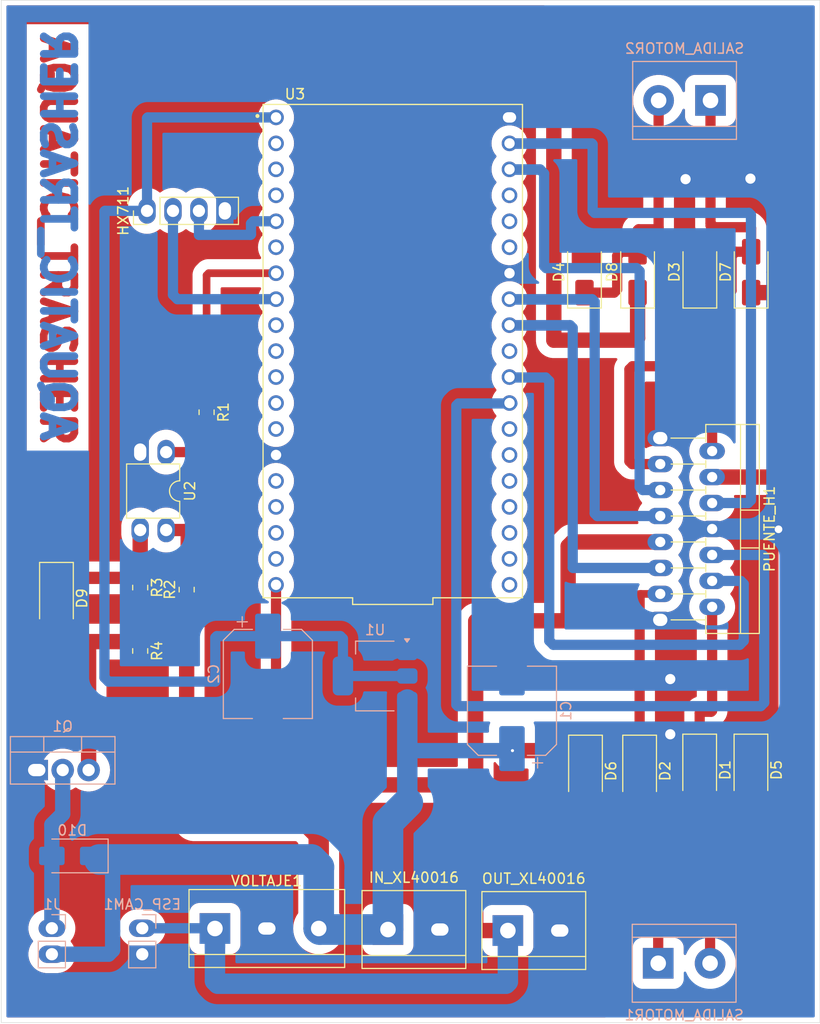
<source format=kicad_pcb>
(kicad_pcb (version 20240108) (generator "pcbnew") (generator_version "8.0")
  (layers (0 "F.Cu" signal) (31 "B.Cu" signal) (34 "B.Paste" user) (35 "F.Paste" user) (36 "B.SilkS" user "B.Silkscreen") (37 "F.SilkS" user "F.Silkscreen") (38 "B.Mask" user) (39 "F.Mask" user) (44 "Edge.Cuts" user))
  (net 0 "")
  (net 1 "GND")
  (net 2 "+12V")
  (net 3 "+5V")
  (net 4 "OUT4")
  (net 5 "OUT3")
  (net 6 "OUT1")
  (net 7 "OUT2")
  (net 8 "Net-(D9-K)")
  (net 9 "Net-(D10-A)")
  (net 10 "SCK")
  (net 11 "DT")
  (net 12 "IN3")
  (net 13 "EnA")
  (net 14 "IN4")
  (net 15 "EnB")
  (net 16 "IN2")
  (net 17 "IN1")
  (net 18 "Net-(Q1-G)")
  (net 19 "PWM")
  (net 20 "Net-(R1-Pad2)")
  (net 21 "3,3V")
  (net 22 "Net-(R2-Pad2)")
  (footprint "TerminalBlock:TerminalBlock_bornier-2_P5.08mm" (layer "F.Cu") (at 155.1 130.2)
    (property "Reference" "OUT_XL40016" (at 2.54 -5.08 0) (layer "F.SilkS"))
    (property "Value" "~")
    (pad "1" thru_hole rect (at 0 0) (size 3 3) (drill 1.52) (layers "*.Cu" "*.Mask") (net 3 "+5V"))
    (pad "2" thru_hole circle (at 5.08 0) (size 3 3) (drill oval 1.7 1.2) (layers "*.Cu" "*.Mask") (net 1 "GND"))
  )
  (footprint "Diode_SMD:D_SMA" (layer "F.Cu") (at 178.92 65.8 90)
    (property "Reference" "D7" (at 0 -2.5 -90) (layer "F.SilkS"))
    (property "Value" "1N4148WT" (hide yes))
    (pad "1" smd roundrect (at -2 0 90) (size 2.5 1.8) (layers "F.Cu" "F.Paste" "F.Mask") (roundrect_rratio 0.1388888889) (net 2 "+12V"))
    (pad "2" smd roundrect (at 2 0 90) (size 2.5 1.8) (layers "F.Cu" "F.Paste" "F.Mask") (roundrect_rratio 0.1388888889) (net 6 "OUT1"))
  )
  (footprint "Diode_SMD:D_SMA" (layer "F.Cu") (at 110.9 97.7 -90)
    (property "Reference" "D9" (at 0 -2.5 90) (layer "F.SilkS"))
    (property "Value" "1N4148")
    (pad "1" smd roundrect (at -2 0 270) (size 2.5 1.8) (layers "F.Cu" "F.Paste" "F.Mask") (roundrect_rratio 0.1388888889) (net 8 "Net-(D9-K)"))
    (pad "2" smd roundrect (at 2 0 270) (size 2.5 1.8) (layers "F.Cu" "F.Paste" "F.Mask") (roundrect_rratio 0.1388888889) (net 1 "GND"))
  )
  (footprint "Diode_SMD:D_SMA" (layer "F.Cu") (at 167.8 65.8 90)
    (property "Reference" "D8" (at 0 -2.5 -90) (layer "F.SilkS"))
    (property "Value" "1N4148WT" (hide yes))
    (pad "1" smd roundrect (at -2 0 90) (size 2.5 1.8) (layers "F.Cu" "F.Paste" "F.Mask") (roundrect_rratio 0.1388888889) (net 2 "+12V"))
    (pad "2" smd roundrect (at 2 0 90) (size 2.5 1.8) (layers "F.Cu" "F.Paste" "F.Mask") (roundrect_rratio 0.1388888889) (net 7 "OUT2"))
  )
  (footprint "Resistor_SMD:R_0805_2012Metric" (layer "F.Cu") (at 123.65 96.85 90)
    (property "Reference" "R2" (at 0 -1.65 -90) (layer "F.SilkS"))
    (property "Value" "4,7K")
    (pad "1" smd roundrect (at -0.9125 0 90) (size 1.025 1.4) (layers "F.Cu" "F.Paste" "F.Mask") (roundrect_rratio 0.243902) (net 2 "+12V"))
    (pad "2" smd roundrect (at 0.9125 0 90) (size 1.025 1.4) (layers "F.Cu" "F.Paste" "F.Mask") (roundrect_rratio 0.243902) (net 22 "Net-(R2-Pad2)"))
  )
  (footprint "Resistor_SMD:R_0805_2012Metric" (layer "F.Cu") (at 119.1 96.65 -90)
    (property "Reference" "R3" (at 0 -1.65 90) (layer "F.SilkS"))
    (property "Value" "100")
    (pad "1" smd roundrect (at -0.9125 0 270) (size 1.025 1.4) (layers "F.Cu" "F.Paste" "F.Mask") (roundrect_rratio 0.243902) (net 8 "Net-(D9-K)"))
    (pad "2" smd roundrect (at 0.9125 0 270) (size 1.025 1.4) (layers "F.Cu" "F.Paste" "F.Mask") (roundrect_rratio 0.243902) (net 18 "Net-(Q1-G)"))
  )
  (footprint "TerminalBlock:TerminalBlock_bornier-3_P5.08mm" (layer "F.Cu") (at 126.42 130)
    (property "Reference" "VOLTAJE1" (at 5.05 -4.65 0) (layer "F.SilkS"))
    (property "Value" "~")
    (pad "1" thru_hole rect (at 0 0) (size 3 3) (drill 1.52) (layers "*.Cu" "*.Mask") (net 3 "+5V"))
    (pad "2" thru_hole circle (at 5.08 0) (size 3 3) (drill oval 1.7 1.2) (layers "*.Cu" "*.Mask") (net 1 "GND"))
    (pad "3" thru_hole circle (at 10.16 0) (size 3 3) (drill 1.52) (layers "*.Cu" "*.Mask") (net 2 "+12V"))
  )
  (footprint "Diode_SMD:D_SMA" (layer "F.Cu") (at 168 114.6 -90)
    (property "Reference" "D2" (at 0 -2.5 90) (layer "F.SilkS"))
    (property "Value" "1N4148WT" (hide yes))
    (pad "1" smd roundrect (at -2 0 270) (size 2.5 1.8) (layers "F.Cu" "F.Paste" "F.Mask") (roundrect_rratio 0.1388888889) (net 5 "OUT3"))
    (pad "2" smd roundrect (at 2 0 270) (size 2.5 1.8) (layers "F.Cu" "F.Paste" "F.Mask") (roundrect_rratio 0.1388888889) (net 1 "GND"))
  )
  (footprint "Resistor_SMD:R_0805_2012Metric" (layer "F.Cu") (at 125.6 79.5 -90)
    (property "Reference" "R1" (at 0 -1.65 90) (layer "F.SilkS"))
    (property "Value" "1K")
    (pad "1" smd roundrect (at -0.9125 0 270) (size 1.025 1.4) (layers "F.Cu" "F.Paste" "F.Mask") (roundrect_rratio 0.243902) (net 19 "PWM"))
    (pad "2" smd roundrect (at 0.9125 0 270) (size 1.025 1.4) (layers "F.Cu" "F.Paste" "F.Mask") (roundrect_rratio 0.243902) (net 20 "Net-(R1-Pad2)"))
  )
  (footprint "NODEMCU-32S:MODULE_NODEMCU-32S" (layer "F.Cu") (at 143.83 73.52)
    (property "Reference" "U3" (at -9.575 -25.135 0) (layer "F.SilkS"))
    (property "Value" "NODEMCU-32S")
    (pad "3,3V" thru_hole circle (at -11.43 -22.86) (size 1.524 1.524) (drill 1.016) (layers "*.Cu" "*.Mask") (net 21 "3,3V"))
    (pad "J1_2" thru_hole circle (at -11.43 -20.32) (size 1.524 1.524) (drill 1.016) (layers "*.Cu" "*.Mask"))
    (pad "J1_3" thru_hole circle (at -11.43 -17.78) (size 1.524 1.524) (drill 1.016) (layers "*.Cu" "*.Mask"))
    (pad "J1_4" thru_hole circle (at -11.43 -15.24) (size 1.524 1.524) (drill 1.016) (layers "*.Cu" "*.Mask"))
    (pad "J1_5" thru_hole circle (at -11.43 -12.7) (size 1.524 1.524) (drill 1.016) (layers "*.Cu" "*.Mask") (net 11 "DT"))
    (pad "J1_6" thru_hole circle (at -11.43 -10.16) (size 1.524 1.524) (drill 1.016) (layers "*.Cu" "*.Mask"))
    (pad "J1_7" thru_hole circle (at -11.43 -7.62) (size 1.524 1.524) (drill 1.016) (layers "*.Cu" "*.Mask") (net 19 "PWM"))
    (pad "J1_8" thru_hole circle (at -11.43 -5.08) (size 1.524 1.524) (drill 1.016) (layers "*.Cu" "*.Mask") (net 10 "SCK"))
    (pad "J1_9" thru_hole circle (at -11.43 -2.54) (size 1.524 1.524) (drill 1.016) (layers "*.Cu" "*.Mask"))
    (pad "J1_10" thru_hole circle (at -11.43 0) (size 1.524 1.524) (drill 1.016) (layers "*.Cu" "*.Mask"))
    (pad "J1_11" thru_hole circle (at -11.43 2.54) (size 1.524 1.524) (drill 1.016) (layers "*.Cu" "*.Mask"))
    (pad "J1_12" thru_hole circle (at -11.43 5.08) (size 1.524 1.524) (drill 1.016) (layers "*.Cu" "*.Mask"))
    (pad "J1_13" thru_hole circle (at -11.43 7.62) (size 1.524 1.524) (drill 1.016) (layers "*.Cu" "*.Mask"))
    (pad "J1_14" thru_hole circle (at -11.43 10.16) (size 1.524 1.524) (drill 1.016) (layers "*.Cu" "*.Mask") (net 1 "GND"))
    (pad "J1_15" thru_hole circle (at -11.43 12.7) (size 1.524 1.524) (drill 1.016) (layers "*.Cu" "*.Mask"))
    (pad "J1_16" thru_hole circle (at -11.43 15.24) (size 1.524 1.524) (drill 1.016) (layers "*.Cu" "*.Mask"))
    (pad "J1_17" thru_hole circle (at -11.43 17.78) (size 1.524 1.524) (drill 1.016) (layers "*.Cu" "*.Mask"))
    (pad "J1_18" thru_hole circle (at -11.43 20.32) (size 1.524 1.524) (drill 1.016) (layers "*.Cu" "*.Mask"))
    (pad "J1_19" thru_hole circle (at -11.43 22.86) (size 1.524 1.524) (drill 1.016) (layers "*.Cu" "*.Mask") (net 3 "+5V"))
    (pad "J2_1" thru_hole circle (at 11.43 -22.86) (size 1.524 1.524) (drill oval 1.3 1.016) (layers "*.Cu" "*.Mask") (net 1 "GND"))
    (pad "J2_2" thru_hole circle (at 11.43 -20.32) (size 1.524 1.524) (drill 1.016) (layers "*.Cu" "*.Mask") (net 13 "EnA"))
    (pad "J2_3" thru_hole circle (at 11.43 -17.78) (size 1.524 1.524) (drill 1.016) (layers "*.Cu" "*.Mask") (net 17 "IN1"))
    (pad "J2_4" thru_hole circle (at 11.43 -15.24) (size 1.524 1.524) (drill 1.016) (layers "*.Cu" "*.Mask"))
    (pad "J2_5" thru_hole circle (at 11.43 -12.7) (size 1.524 1.524) (drill 1.016) (layers "*.Cu" "*.Mask"))
    (pad "J2_6" thru_hole circle (at 11.43 -10.16) (size 1.524 1.524) (drill 1.016) (layers "*.Cu" "*.Mask"))
    (pad "J2_7" thru_hole circle (at 11.43 -7.62) (size 1.524 1.524) (drill 1.016) (layers "*.Cu" "*.Mask") (net 1 "GND"))
    (pad "J2_8" thru_hole circle (at 11.43 -5.08) (size 1.524 1.524) (drill 1.016) (layers "*.Cu" "*.Mask") (net 16 "IN2"))
    (pad "J2_9" thru_hole circle (at 11.43 -2.54) (size 1.524 1.524) (drill 1.016) (layers "*.Cu" "*.Mask") (net 15 "EnB"))
    (pad "J2_10" thru_hole circle (at 11.43 0) (size 1.524 1.524) (drill 1.016) (layers "*.Cu" "*.Mask"))
    (pad "J2_11" thru_hole circle (at 11.43 2.54) (size 1.524 1.524) (drill 1.016) (layers "*.Cu" "*.Mask") (net 14 "IN4"))
    (pad "J2_12" thru_hole circle (at 11.43 5.08) (size 1.524 1.524) (drill 1.016) (layers "*.Cu" "*.Mask") (net 12 "IN3"))
    (pad "J2_13" thru_hole circle (at 11.43 7.62) (size 1.524 1.524) (drill 1.016) (layers "*.Cu" "*.Mask"))
    (pad "J2_14" thru_hole circle (at 11.43 10.16) (size 1.524 1.524) (drill 1.016) (layers "*.Cu" "*.Mask"))
    (pad "J2_15" thru_hole circle (at 11.43 12.7) (size 1.524 1.524) (drill 1.016) (layers "*.Cu" "*.Mask"))
    (pad "J2_16" thru_hole circle (at 11.43 15.24) (size 1.524 1.524) (drill 1.016) (layers "*.Cu" "*.Mask"))
    (pad "J2_17" thru_hole circle (at 11.43 17.78) (size 1.524 1.524) (drill 1.016) (layers "*.Cu" "*.Mask"))
    (pad "J2_18" thru_hole circle (at 11.43 20.32) (size 1.524 1.524) (drill 1.016) (layers "*.Cu" "*.Mask"))
    (pad "J2_19" thru_hole circle (at 11.43 22.86) (size 1.524 1.524) (drill 1.016) (layers "*.Cu" "*.Mask"))
  )
  (footprint "TerminalBlock:TerminalBlock_bornier-2_P5.08mm" (layer "F.Cu") (at 143.36 130.1)
    (property "Reference" "IN_XL40016" (at 2.54 -5.08 0) (layer "F.SilkS"))
    (property "Value" "~")
    (pad "1" thru_hole rect (at 0 0) (size 3 3) (drill 1.52) (layers "*.Cu" "*.Mask") (net 2 "+12V"))
    (pad "2" thru_hole circle (at 5.08 0) (size 3 3) (drill oval 1.7 1.2) (layers "*.Cu" "*.Mask") (net 1 "GND"))
  )
  (footprint "Package_TO_SOT_THT:TO-220-15_P2.54x2.54mm_StaggerOdd_Lead4.58mm_Vertical" (layer "F.Cu") (at 170.02 82.03 -90)
    (property "Reference" "PUENTE_H1" (at 8.89 -10.7 90) (layer "F.SilkS"))
    (property "Value" "L298N")
    (pad "1" thru_hole oval (at 0 0 270) (size 1.6 2.5) (drill oval 1.2 1.4) (layers "*.Cu" "*.Mask") (net 1 "GND"))
    (pad "2" thru_hole oval (at 1.27 -5.08 270) (size 1.6 2.5) (drill 1) (layers "*.Cu" "*.Mask") (net 6 "OUT1"))
    (pad "3" thru_hole oval (at 2.54 0 270) (size 1.6 2.5) (drill 1) (layers "*.Cu" "*.Mask") (net 7 "OUT2"))
    (pad "4" thru_hole oval (at 3.81 -5.08 270) (size 1.6 2.5) (drill 1) (layers "*.Cu" "*.Mask") (net 2 "+12V"))
    (pad "5" thru_hole oval (at 5.08 0 270) (size 1.6 2.5) (drill 1) (layers "*.Cu" "*.Mask") (net 17 "IN1"))
    (pad "6" thru_hole oval (at 6.35 -5.08 270) (size 1.6 2.5) (drill 1) (layers "*.Cu" "*.Mask") (net 13 "EnA"))
    (pad "7" thru_hole oval (at 7.62 0 270) (size 1.6 2.5) (drill 1) (layers "*.Cu" "*.Mask") (net 16 "IN2"))
    (pad "8" thru_hole oval (at 8.89 -5.08 270) (size 1.6 2.5) (drill 1) (layers "*.Cu" "*.Mask") (net 1 "GND"))
    (pad "9" thru_hole oval (at 10.16 0 270) (size 1.6 2.5) (drill 1) (layers "*.Cu" "*.Mask") (net 3 "+5V"))
    (pad "10" thru_hole oval (at 11.43 -5.08 270) (size 1.6 2.5) (drill 1) (layers "*.Cu" "*.Mask") (net 12 "IN3"))
    (pad "11" thru_hole oval (at 12.7 0 270) (size 1.6 2.5) (drill 1) (layers "*.Cu" "*.Mask") (net 15 "EnB"))
    (pad "12" thru_hole oval (at 13.97 -5.08 270) (size 1.6 2.5) (drill 1) (layers "*.Cu" "*.Mask") (net 14 "IN4"))
    (pad "13" thru_hole oval (at 15.24 0 270) (size 1.6 2.5) (drill 1) (layers "*.Cu" "*.Mask") (net 5 "OUT3"))
    (pad "14" thru_hole oval (at 16.51 -5.08 270) (size 1.6 2.5) (drill 1) (layers "*.Cu" "*.Mask") (net 4 "OUT4"))
    (pad "15" thru_hole oval (at 17.78 0 270) (size 1.6 2.5) (drill oval 1.2 1.4) (layers "*.Cu" "*.Mask") (net 1 "GND"))
  )
  (footprint "Diode_SMD:D_SMA" (layer "F.Cu") (at 173.9 65.8 90)
    (property "Reference" "D3" (at 0 -2.5 -90) (layer "F.SilkS"))
    (property "Value" "1N4148WT" (hide yes))
    (pad "1" smd roundrect (at -2 0 90) (size 2.5 1.8) (layers "F.Cu" "F.Paste" "F.Mask") (roundrect_rratio 0.1388888889) (net 6 "OUT1"))
    (pad "2" smd roundrect (at 2 0 90) (size 2.5 1.8) (layers "F.Cu" "F.Paste" "F.Mask") (roundrect_rratio 0.1388888889) (net 1 "GND"))
  )
  (footprint "Package_DIP:DIP-4_W7.62mm" (layer "F.Cu") (at 121.64 83.4 -90)
    (property "Reference" "U2" (at 3.81 -2.33 90) (layer "F.SilkS"))
    (property "Value" "PC817")
    (pad "1" thru_hole oval (at 0 0 270) (size 2.4 1.7) (drill 1.2) (layers "*.Cu" "*.Mask") (net 20 "Net-(R1-Pad2)"))
    (pad "2" thru_hole rect (at 0 2.54 270) (size 2.4 1.7) (drill oval 1.7 1.2) (layers "*.Cu" "*.Mask") (net 1 "GND"))
    (pad "3" thru_hole oval (at 7.62 2.54 270) (size 2.4 1.7) (drill 1.2) (layers "*.Cu" "*.Mask") (net 8 "Net-(D9-K)"))
    (pad "4" thru_hole oval (at 7.62 0 270) (size 2.4 1.7) (drill 1.2) (layers "*.Cu" "*.Mask") (net 22 "Net-(R2-Pad2)"))
  )
  (footprint "Diode_SMD:D_SMA" (layer "F.Cu") (at 173.88 114.5 -90)
    (property "Reference" "D1" (at 0 -2.5 90) (layer "F.SilkS"))
    (property "Value" "1N4148WT" (hide yes))
    (pad "1" smd roundrect (at -2 0 270) (size 2.5 1.8) (layers "F.Cu" "F.Paste" "F.Mask") (roundrect_rratio 0.1388888889) (net 4 "OUT4"))
    (pad "2" smd roundrect (at 2 0 270) (size 2.5 1.8) (layers "F.Cu" "F.Paste" "F.Mask") (roundrect_rratio 0.1388888889) (net 1 "GND"))
  )
  (footprint "Diode_SMD:D_SMA" (layer "F.Cu") (at 178.9 114.5 -90)
    (property "Reference" "D5" (at 0 -2.5 90) (layer "F.SilkS"))
    (property "Value" "1N4148WT" (hide yes))
    (pad "1" smd roundrect (at -2 0 270) (size 2.5 1.8) (layers "F.Cu" "F.Paste" "F.Mask") (roundrect_rratio 0.1388888889) (net 2 "+12V"))
    (pad "2" smd roundrect (at 2 0 270) (size 2.5 1.8) (layers "F.Cu" "F.Paste" "F.Mask") (roundrect_rratio 0.1388888889) (net 4 "OUT4"))
  )
  (footprint "Connector_PinHeader_2.54mm:PinHeader_1x04_P2.54mm_Vertical" (layer "F.Cu") (at 119.77 59.8 90)
    (property "Reference" "HX711" (at 0 -2.33 -90) (layer "F.SilkS"))
    (property "Value" "~")
    (pad "1" thru_hole oval (at 0 0 90) (size 2.5 1.7) (drill 1.2) (layers "*.Cu" "*.Mask") (net 21 "3,3V"))
    (pad "2" thru_hole oval (at 0 2.54 90) (size 2.5 1.7) (drill 1.2) (layers "*.Cu" "*.Mask") (net 10 "SCK"))
    (pad "3" thru_hole oval (at 0 5.08 90) (size 2.5 1.7) (drill 1.2) (layers "*.Cu" "*.Mask") (net 11 "DT"))
    (pad "4" thru_hole rect (at 0 7.62 90) (size 2.5 1.7) (drill oval 1.7 1.2) (layers "*.Cu" "*.Mask") (net 1 "GND"))
  )
  (footprint "Resistor_SMD:R_0805_2012Metric" (layer "F.Cu") (at 119.1 102.85 -90)
    (property "Reference" "R4" (at 0 -1.65 90) (layer "F.SilkS"))
    (property "Value" "4,7K")
    (pad "1" smd roundrect (at -0.9125 0 270) (size 1.025 1.4) (layers "F.Cu" "F.Paste" "F.Mask") (roundrect_rratio 0.243902) (net 18 "Net-(Q1-G)"))
    (pad "2" smd roundrect (at 0.9125 0 270) (size 1.025 1.4) (layers "F.Cu" "F.Paste" "F.Mask") (roundrect_rratio 0.243902) (net 1 "GND"))
  )
  (footprint "Diode_SMD:D_SMA" (layer "F.Cu") (at 162.7 114.6 -90)
    (property "Reference" "D6" (at 0 -2.5 90) (layer "F.SilkS"))
    (property "Value" "1N4148WT" (hide yes))
    (pad "1" smd roundrect (at -2 0 270) (size 2.5 1.8) (layers "F.Cu" "F.Paste" "F.Mask") (roundrect_rratio 0.1388888889) (net 2 "+12V"))
    (pad "2" smd roundrect (at 2 0 270) (size 2.5 1.8) (layers "F.Cu" "F.Paste" "F.Mask") (roundrect_rratio 0.1388888889) (net 5 "OUT3"))
  )
  (footprint "Diode_SMD:D_SMA" (layer "F.Cu") (at 162.6 65.8 90)
    (property "Reference" "D4" (at 0 -2.5 -90) (layer "F.SilkS"))
    (property "Value" "1N4148WT" (hide yes))
    (pad "1" smd roundrect (at -2 0 90) (size 2.5 1.8) (layers "F.Cu" "F.Paste" "F.Mask") (roundrect_rratio 0.1388888889) (net 7 "OUT2"))
    (pad "2" smd roundrect (at 2 0 90) (size 2.5 1.8) (layers "F.Cu" "F.Paste" "F.Mask") (roundrect_rratio 0.1388888889) (net 1 "GND"))
  )
  (footprint "Capacitor_SMD:CP_Elec_8x10.5" (layer "B.Cu") (at 155.5 108.7 90)
    (property "Reference" "C1" (at 0 5.3 -90) (layer "B.SilkS") (effects (justify mirror)))
    (property "Value" "220")
    (pad "1" smd roundrect (at -3.7 0 90) (size 4.4 2.5) (layers "B.Cu" "B.Paste" "B.Mask") (roundrect_rratio 0.1) (net 2 "+12V"))
    (pad "2" smd roundrect (at 3.7 0 90) (size 4.4 2.5) (layers "B.Cu" "B.Paste" "B.Mask") (roundrect_rratio 0.1) (net 1 "GND"))
  )
  (footprint "Package_TO_SOT_THT:TO-220-3_Vertical" (layer "B.Cu") (at 114.05 114.5 180)
    (property "Reference" "Q1" (at 2.54 4.27 180) (layer "B.SilkS") (effects (justify mirror)))
    (property "Value" "IRF540N")
    (pad "1" thru_hole circle (at 0 0 180) (size 2.2 2.2) (drill 1.2) (layers "*.Cu" "*.Mask") (net 18 "Net-(Q1-G)"))
    (pad "2" thru_hole circle (at 2.54 0 180) (size 2.2 2.2) (drill 1.2) (layers "*.Cu" "*.Mask") (net 9 "Net-(D10-A)"))
    (pad "3" thru_hole rect (at 5.08 0 180) (size 2.2 2) (drill oval 1.7 1.2) (layers "*.Cu" "*.Mask") (net 1 "GND"))
  )
  (footprint "Capacitor_SMD:CP_Elec_8x10.5" (layer "B.Cu") (at 131.6 105.1 -90)
    (property "Reference" "C2" (at 0 5.3 90) (layer "B.SilkS") (effects (justify mirror)))
    (property "Value" "220")
    (pad "1" smd roundrect (at -3.7 0 270) (size 4.4 2.5) (layers "B.Cu" "B.Paste" "B.Mask") (roundrect_rratio 0.1) (net 21 "3,3V"))
    (pad "2" smd roundrect (at 3.7 0 270) (size 4.4 2.5) (layers "B.Cu" "B.Paste" "B.Mask") (roundrect_rratio 0.1) (net 1 "GND"))
  )
  (footprint "Connector_PinHeader_2.54mm:PinHeader_1x02_P2.54mm_Vertical" (layer "B.Cu") (at 110.45 129.975 180)
    (property "Reference" "J1" (at 0 2.33 180) (layer "B.SilkS") (effects (justify mirror)))
    (property "Value" "MOTOR_CINTA")
    (pad "1" thru_hole oval (at 0 0 180) (size 2.6 1.7) (drill 1.2) (layers "*.Cu" "*.Mask") (net 9 "Net-(D10-A)"))
    (pad "2" thru_hole oval (at 0 -2.54 180) (size 2.6 1.7) (drill 1.2) (layers "*.Cu" "*.Mask") (net 2 "+12V"))
  )
  (footprint "TerminalBlock:TerminalBlock_bornier-2_P5.08mm" (layer "B.Cu") (at 169.82 133.4)
    (property "Reference" "SALIDA_MOTOR1" (at 2.54 5.08 0) (layer "B.SilkS") (effects (justify mirror)))
    (property "Value" "~")
    (pad "1" thru_hole rect (at 0 0) (size 3 3) (drill 1.52) (layers "*.Cu" "*.Mask") (net 5 "OUT3"))
    (pad "2" thru_hole circle (at 5.08 0) (size 3 3) (drill 1.52) (layers "*.Cu" "*.Mask") (net 4 "OUT4"))
  )
  (footprint "Diode_SMD:D_SMA" (layer "B.Cu") (at 112.45 122.9 180)
    (property "Reference" "D10" (at 0 2.5 180) (layer "B.SilkS") (effects (justify mirror)))
    (property "Value" "1N4007")
    (pad "1" smd roundrect (at -2 0 180) (size 2.5 1.8) (layers "B.Cu" "B.Paste" "B.Mask") (roundrect_rratio 0.1388888889) (net 2 "+12V"))
    (pad "2" smd roundrect (at 2 0 180) (size 2.5 1.8) (layers "B.Cu" "B.Paste" "B.Mask") (roundrect_rratio 0.1388888889) (net 9 "Net-(D10-A)"))
  )
  (footprint "TerminalBlock:TerminalBlock_bornier-2_P5.08mm" (layer "B.Cu") (at 174.94 49 180)
    (property "Reference" "SALIDA_MOTOR2" (at 2.54 5.08 180) (layer "B.SilkS") (effects (justify mirror)))
    (property "Value" "~")
    (pad "1" thru_hole rect (at 0 0 180) (size 3 3) (drill 1.52) (layers "*.Cu" "*.Mask") (net 6 "OUT1"))
    (pad "2" thru_hole circle (at 5.08 0 180) (size 3 3) (drill 1.52) (layers "*.Cu" "*.Mask") (net 7 "OUT2"))
  )
  (footprint "Connector_PinHeader_2.54mm:PinHeader_1x02_P2.54mm_Vertical" (layer "B.Cu") (at 119.3 129.975 180)
    (property "Reference" "ESP_CAM1" (at 0 2.33 180) (layer "B.SilkS") (effects (justify mirror)))
    (property "Value" "~" (hide yes))
    (pad "1" thru_hole oval (at 0 0 180) (size 2.6 1.7) (drill 1.2) (layers "*.Cu" "*.Mask") (net 3 "+5V"))
    (pad "2" thru_hole rect (at 0 -2.54 180) (size 2.6 1.7) (drill 1.2) (layers "*.Cu" "*.Mask") (net 1 "GND"))
  )
  (footprint "Package_TO_SOT_SMD:SOT-223-3_TabPin2" (layer "B.Cu") (at 142.1 105.3 180)
    (property "Reference" "U1" (at 0 4.5 180) (layer "B.SilkS") (effects (justify mirror)))
    (property "Value" "AMS1117")
    (pad "1" smd roundrect (at -3.15 2.3 180) (size 2 1.5) (layers "B.Cu" "B.Paste" "B.Mask") (net 1 "GND"))
    (pad "2" smd roundrect (at -3.15 0 180) (size 2 1.5) (layers "B.Cu" "B.Paste" "B.Mask") (net 21 "3,3V"))
    (pad "2" smd roundrect (at 3.15 0 180) (size 2 3.8) (layers "B.Cu" "B.Paste" "B.Mask") (net 21 "3,3V"))
    (pad "3" smd roundrect (at -3.15 -2.3 180) (size 2 1.5) (layers "B.Cu" "B.Paste" "B.Mask") (net 2 "+12V"))
  )
  (gr_rect (start 105.5 39.2) (end 185.65 139.2) (stroke (width 0.05)) (fill none) (layer "Edge.Cuts"))
  (gr_text "AQUATIC_TRASHER .\n" (at 109.25 42.15 270) (layer "F.Cu") (effects (font (size 3 3) (thickness 0.75) (bold yes)) (justify left bottom)))
  (gr_text "AQUATIC_TRASHER" (at 109.25 82.65 -90) (layer "B.Cu") (effects (font (size 3 3) (thickness 0.75) (bold yes)) (justify left bottom mirror)))
  (via (at 172.5 56.7) (size 1.5) (drill 1) (layers "F.Cu" "B.Cu") (net 1))
  (via (at 178.85 56.65) (size 1.5) (drill 1) (layers "F.Cu" "B.Cu") (net 1))
  (via (at 171 111) (size 1.5) (drill 1) (layers "F.Cu" "B.Cu") (net 1))
  (via (at 181.6 90.95) (size 1.5) (drill 0.75) (layers "F.Cu" "B.Cu") (net 1))
  (via (at 171 105.6) (size 1.5) (drill 1) (layers "F.Cu" "B.Cu") (net 1))
  (segment (start 124.4 119.45) (end 135.2 119.45) (width 2) (layer "F.Cu") (net 2))
  (segment (start 182.7 67.8) (end 183.3 67.2) (width 1.5) (layer "F.Cu") (net 2))
  (segment (start 183.3 68.05) (end 183.3 85.35) (width 1.5) (layer "F.Cu") (net 2))
  (segment (start 178.9 67.82) (end 178.92 67.8) (width 0.75) (layer "F.Cu") (net 2))
  (segment (start 178.9 112.5) (end 180.1 112.5) (width 1.5) (layer "F.Cu") (net 2))
  (segment (start 183.35 86.3) (end 183.35 111.8) (width 1.5) (layer "F.Cu") (net 2))
  (segment (start 158.875 122.875) (end 158.875 112.625) (width 1.5) (layer "F.Cu") (net 2))
  (segment (start 165.1 136.55) (end 165.1 123.8) (width 1.5) (layer "F.Cu") (net 2))
  (segment (start 165.45 136.9) (end 165.1 136.55) (width 1.5) (layer "F.Cu") (net 2))
  (segment (start 182.81 85.84) (end 182.85 85.8) (width 0.75) (layer "F.Cu") (net 2))
  (segment (start 160.4 40.7) (end 159.6 41.5) (width 1.5) (layer "F.Cu") (net 2))
  (segment (start 183.3 85.35) (end 182.85 85.8) (width 1.5) (layer "F.Cu") (net 2))
  (segment (start 183.3 67.2) (end 183.25 67.15) (width 1.5) (layer "F.Cu") (net 2))
  (segment (start 180.1 112.5) (end 182.65 112.5) (width 1.5) (layer "F.Cu") (net 2))
  (segment (start 167.6 72.45) (end 167.8 72.25) (width 1.5) (layer "F.Cu") (net 2))
  (segment (start 165.1 123.8) (end 164.75 123.45) (width 1.5) (layer "F.Cu") (net 2))
  (segment (start 178.92 67.8) (end 182.1 67.8) (width 1.5) (layer "F.Cu") (net 2))
  (segment (start 175.1 85.84) (end 182.81 85.84) (width 1.5) (layer "F.Cu") (net 2))
  (segment (start 167.8 72.25) (end 167.8 67.8) (width 1.5) (layer "F.Cu") (net 2))
  (segment (start 183.55 113.4) (end 183.55 136.8) (width 1.5) (layer "F.Cu") (net 2))
  (segment (start 159.6 72.45) (end 167.6 72.45) (width 1.5) (layer "F.Cu") (net 2))
  (segment (start 136.58 120.83) (end 136.58 130) (width 2) (layer "F.Cu") (net 2))
  (segment (start 182.1 67.8) (end 183.05 67.8) (width 1.5) (layer "F.Cu") (net 2))
  (segment (start 183.45 136.9) (end 165.45 136.9) (width 1.5) (layer "F.Cu") (net 2))
  (segment (start 182.85 85.8) (end 183.35 86.3) (width 1.5) (layer "F.Cu") (net 2))
  (segment (start 135.2 119.45) (end 136.58 120.83) (width 2) (layer "F.Cu") (net 2))
  (segment (start 183.25 67.15) (end 183.25 41.45) (width 1.5) (layer "F.Cu") (net 2))
  (segment (start 123.65 118.7) (end 124.4 119.45) (width 2) (layer "F.Cu") (net 2))
  (segment (start 182.65 112.5) (end 183.35 111.8) (width 1.5) (layer "F.Cu") (net 2))
  (segment (start 123.65 97.7625) (end 123.65 118.7) (width 1.5) (layer "F.Cu") (net 2))
  (segment (start 160.4 112.6) (end 162.7 112.6) (width 1.5) (layer "F.Cu") (net 2))
  (segment (start 164.75 123.45) (end 159.45 123.45) (width 1.5) (layer "F.Cu") (net 2))
  (segment (start 159.45 123.45) (end 158.875 122.875) (width 1.5) (layer "F.Cu") (net 2))
  (segment (start 183.25 41.45) (end 182.5 40.7) (width 1.5) (layer "F.Cu") (net 2))
  (segment (start 155.55 112.6) (end 162.7 112.6) (width 1.5) (layer "F.Cu") (net 2))
  (segment (start 158.875 112.625) (end 158.85 112.6) (width 1.5) (layer "F.Cu") (net 2))
  (segment (start 183.55 136.8) (end 183.45 136.9) (width 1.5) (layer "F.Cu") (net 2))
  (segment (start 182.5 40.7) (end 160.4 40.7) (width 1.5) (layer "F.Cu") (net 2))
  (segment (start 159.6 41.5) (end 159.6 72.45) (width 1.5) (layer "F.Cu") (net 2))
  (segment (start 182.1 67.8) (end 182.7 67.8) (width 1.5) (layer "F.Cu") (net 2))
  (segment (start 182.65 112.5) (end 183.55 113.4) (width 1.5) (layer "F.Cu") (net 2))
  (segment (start 183.05 67.8) (end 183.3 68.05) (width 1.5) (layer "F.Cu") (net 2))
  (via (at 155.55 112.6) (size 2) (drill 0.3) (layers "F.Cu" "B.Cu") (net 2))
  (segment (start 155.55 112.6) (end 145.3 112.6) (width 1.5) (layer "B.Cu") (net 2))
  (segment (start 116.4 123.25) (end 116.4 130.25) (width 1.5) (layer "B.Cu") (net 2))
  (segment (start 110.45 132.515) (end 115.985 132.515) (width 1.5) (layer "B.Cu") (net 2))
  (segment (start 145.25 112.65) (end 145.25 117.65) (width 2) (layer "B.Cu") (net 2))
  (segment (start 136.6 124) (end 136.58 124.02) (width 3) (layer "B.Cu") (net 2))
  (segment (start 145.25 107.6) (end 145.25 112.65) (width 2) (layer "B.Cu") (net 2))
  (segment (start 116.4 132.1) (end 116.4 130.25) (width 1.5) (layer "B.Cu") (net 2))
  (segment (start 136.68 130.1) (end 136.58 130) (width 3) (layer "B.Cu") (net 2))
  (segment (start 143.36 130.1) (end 136.68 130.1) (width 3) (layer "B.Cu") (net 2))
  (segment (start 115.1 123.25) (end 135.85 123.25) (width 3) (layer "B.Cu") (net 2))
  (segment (start 135.85 123.25) (end 136.6 124) (width 3) (layer "B.Cu") (net 2))
  (segment (start 136.58 124.02) (end 136.58 130) (width 3) (layer "B.Cu") (net 2))
  (segment (start 145.25 117.65) (end 145.3 117.7) (width 2) (layer "B.Cu") (net 2))
  (segment (start 145.3 112.6) (end 145.25 112.65) (width 1.5) (layer "B.Cu") (net 2))
  (segment (start 115.985 132.515) (end 116.4 132.1) (width 1.5) (layer "B.Cu") (net 2))
  (segment (start 115.1 123.25) (end 116.4 123.25) (width 0.75) (layer "B.Cu") (net 2))
  (segment (start 143.36 119.64) (end 145.3 117.7) (width 3) (layer "B.Cu") (net 2))
  (segment (start 143.36 130.1) (end 143.36 119.64) (width 3) (layer "B.Cu") (net 2))
  (segment (start 151.95 115.95) (end 151.95 130.1) (width 1.5) (layer "F.Cu") (net 3))
  (segment (start 132.85 115.95) (end 151.95 115.95) (width 1.5) (layer "F.Cu") (net 3))
  (segment (start 161 92.6) (end 161 99.65) (width 1.5) (layer "F.Cu") (net 3))
  (segment (start 170.02 92.19) (end 161.41 92.19) (width 1.5) (layer "F.Cu") (net 3))
  (segment (start 151.95 99.95) (end 151.95 115.95) (width 1.5) (layer "F.Cu") (net 3))
  (segment (start 152 99.9) (end 151.95 99.95) (width 1.5) (layer "F.Cu") (net 3))
  (segment (start 132.4 96.38) (end 132.4 115.5) (width 1) (layer "F.Cu") (net 3))
  (segment (start 151.95 130.1) (end 152.05 130.2) (width 1.5) (layer "F.Cu") (net 3))
  (segment (start 161.41 92.19) (end 161 92.6) (width 1.5) (layer "F.Cu") (net 3))
  (segment (start 132.4 115.5) (end 132.75 115.85) (width 1) (layer "F.Cu") (net 3))
  (segment (start 161 99.65) (end 160.75 99.9) (width 1.5) (layer "F.Cu") (net 3))
  (segment (start 132.75 115.85) (end 132.85 115.95) (width 1.5) (layer "F.Cu") (net 3))
  (segment (start 160.75 99.9) (end 152 99.9) (width 1.5) (layer "F.Cu") (net 3))
  (segment (start 152.05 130.2) (end 155.1 130.2) (width 1.5) (layer "F.Cu") (net 3))
  (segment (start 126.42 130) (end 126.42 135.12) (width 2) (layer "B.Cu") (net 3))
  (segment (start 126.395 129.975) (end 126.42 130) (width 1) (layer "B.Cu") (net 3))
  (segment (start 119.3 129.975) (end 126.395 129.975) (width 1) (layer "B.Cu") (net 3))
  (segment (start 126.7 135.4) (end 154.9 135.4) (width 2) (layer "B.Cu") (net 3))
  (segment (start 155.1 135.2) (end 155.1 130.2) (width 2) (layer "B.Cu") (net 3))
  (segment (start 126.42 135.12) (end 126.7 135.4) (width 2) (layer "B.Cu") (net 3))
  (segment (start 154.9 135.4) (end 155.1 135.2) (width 2) (layer "B.Cu") (net 3))
  (segment (start 126.42 130) (end 126.42 131.78) (width 2) (layer "B.Cu") (net 3))
  (segment (start 176.9 112.5) (end 173.88 112.5) (width 1) (layer "F.Cu") (net 4))
  (segment (start 175.1 108.7) (end 175 108.8) (width 1) (layer "F.Cu") (net 4))
  (segment (start 175 108.8) (end 174 108.8) (width 1) (layer "F.Cu") (net 4))
  (segment (start 174.9 133.4) (end 174.9 119.5) (width 1) (layer "F.Cu") (net 4))
  (segment (start 178.7 119.3) (end 178.9 119.1) (width 1) (layer "F.Cu") (net 4))
  (segment (start 174.9 119.5) (end 175.1 119.3) (width 1) (layer "F.Cu") (net 4))
  (segment (start 177.1 116.3) (end 177.1 112.7) (width 1) (layer "F.Cu") (net 4))
  (segment (start 178.9 116.5) (end 177.3 116.5) (width 1) (layer "F.Cu") (net 4))
  (segment (start 177.3 116.5) (end 177.1 116.3) (width 1) (layer "F.Cu") (net 4))
  (segment (start 178.9 119.1) (end 178.9 116.5) (width 1) (layer "F.Cu") (net 4))
  (segment (start 175.1 119.3) (end 178.7 119.3) (width 1) (layer "F.Cu") (net 4))
  (segment (start 173.88 108.92) (end 173.88 112.5) (width 1) (layer "F.Cu") (net 4))
  (segment (start 175.1 98.54) (end 175.1 108.7) (width 1) (layer "F.Cu") (net 4))
  (segment (start 177.1 112.7) (end 176.9 112.5) (width 1) (layer "F.Cu") (net 4))
  (segment (start 174 108.8) (end 173.88 108.92) (width 1) (layer "F.Cu") (net 4))
  (segment (start 162.7 119.5) (end 163 119.8) (width 1) (layer "F.Cu") (net 5))
  (segment (start 168 112.6) (end 166.3 112.6) (width 1) (layer "F.Cu") (net 5))
  (segment (start 168 97.4) (end 168.13 97.27) (width 0.75) (layer "F.Cu") (net 5))
  (segment (start 166.2 116.5) (end 166.1 116.6) (width 0.75) (layer "F.Cu") (net 5))
  (segment (start 168.13 97.27) (end 170.02 97.27) (width 0.75) (layer "F.Cu") (net 5))
  (segment (start 168 112.6) (end 168 97.4) (width 1) (layer "F.Cu") (net 5))
  (segment (start 166.2 112.7) (end 166.2 116.5) (width 1) (layer "F.Cu") (net 5))
  (segment (start 169.5 119.8) (end 169.82 120.12) (width 1) (layer "F.Cu") (net 5))
  (segment (start 162.7 116.6) (end 162.7 119.5) (width 1) (layer "F.Cu") (net 5))
  (segment (start 163 119.8) (end 169.5 119.8) (width 1) (layer "F.Cu") (net 5))
  (segment (start 169.82 120.12) (end 169.82 133.4) (width 1) (layer "F.Cu") (net 5))
  (segment (start 166.3 112.6) (end 166.2 112.7) (width 0.75) (layer "F.Cu") (net 5))
  (segment (start 166.1 116.6) (end 162.7 116.6) (width 1) (layer "F.Cu") (net 5))
  (segment (start 178.92 63.8) (end 177.4 63.8) (width 1) (layer "F.Cu") (net 6))
  (segment (start 175.1 83.3) (end 175.1 71.05) (width 1) (layer "F.Cu") (net 6))
  (segment (start 174.94 49) (end 174.94 61.04) (width 1) (layer "F.Cu") (net 6))
  (segment (start 175.1 61.4) (end 175.3 61.4) (width 1) (layer "F.Cu") (net 6))
  (segment (start 174.94 61.04) (end 175.3 61.4) (width 1) (layer "F.Cu") (net 6))
  (segment (start 177 64.2) (end 177 67.6) (width 1) (layer "F.Cu") (net 6))
  (segment (start 173.9 70.7) (end 173.9 67.8) (width 1) (layer "F.Cu") (net 6))
  (segment (start 177 67.6) (end 176.8 67.8) (width 1) (layer "F.Cu") (net 6))
  (segment (start 174 70.8) (end 173.9 70.7) (width 1) (layer "F.Cu") (net 6))
  (segment (start 177.4 63.8) (end 177 64.2) (width 1) (layer "F.Cu") (net 6))
  (segment (start 174.94 61.24) (end 175.1 61.4) (width 1) (layer "F.Cu") (net 6))
  (segment (start 178.92 61.52) (end 178.92 63.8) (width 1) (layer "F.Cu") (net 6))
  (segment (start 174.85 70.8) (end 174 70.8) (width 1) (layer "F.Cu") (net 6))
  (segment (start 175.1 71.05) (end 174.85 70.8) (width 1) (layer "F.Cu") (net 6))
  (segment (start 176.8 67.8) (end 173.9 67.8) (width 1) (layer "F.Cu") (net 6))
  (segment (start 175.3 61.4) (end 178.8 61.4) (width 1) (layer "F.Cu") (net 6))
  (segment (start 178.8 61.4) (end 178.92 61.52) (width 1) (layer "F.Cu") (net 6))
  (segment (start 170.9 74.7) (end 170.6 75) (width 1) (layer "F.Cu") (net 7))
  (segment (start 165.8 64.2) (end 165.8 67.5) (width 1) (layer "F.Cu") (net 7))
  (segment (start 170.9 64.1) (end 170.9 74.7) (width 1) (layer "F.Cu") (net 7))
  (segment (start 169.7 61.6) (end 167.9 61.6) (width 1) (layer "F.Cu") (net 7))
  (segment (start 167.3 75) (end 167 75.3) (width 1) (layer "F.Cu") (net 7))
  (segment (start 167.8 63.8) (end 166.2 63.8) (width 1) (layer "F.Cu") (net 7))
  (segment (start 167.27 84.57) (end 170.02 84.57) (width 1) (layer "F.Cu") (net 7))
  (segment (start 167.8 61.7) (end 167.8 63.8) (width 1) (layer "F.Cu") (net 7))
  (segment (start 167 75.3) (end 167 84.3) (width 1) (layer "F.Cu") (net 7))
  (segment (start 169.86 49) (end 169.86 61.44) (width 1) (layer "F.Cu") (net 7))
  (segment (start 165.8 67.5) (end 165.5 67.8) (width 1) (layer "F.Cu") (net 7))
  (segment (start 165.5 67.8) (end 162.6 67.8) (width 1) (layer "F.Cu") (net 7))
  (segment (start 167 84.3) (end 167.27 84.57) (width 1) (layer "F.Cu") (net 7))
  (segment (start 166.2 63.8) (end 165.8 64.2) (width 1) (layer "F.Cu") (net 7))
  (segment (start 167.8 63.8) (end 170.6 63.8) (width 1) (layer "F.Cu") (net 7))
  (segment (start 169.86 61.44) (end 169.7 61.6) (width 1) (layer "F.Cu") (net 7))
  (segment (start 170.6 63.8) (end 170.9 64.1) (width 1) (layer "F.Cu") (net 7))
  (segment (start 167.9 61.6) (end 167.8 61.7) (width 1) (layer "F.Cu") (net 7))
  (segment (start 170.6 75) (end 167.3 75) (width 1) (layer "F.Cu") (net 7))
  (segment (start 119.1 95.7375) (end 119.1 91.02) (width 1.5) (layer "F.Cu") (net 8))
  (segment (start 110.9 95.7) (end 119.0625 95.7) (width 1.2) (layer "F.Cu") (net 8))
  (segment (start 119.0625 95.7) (end 119.1 95.7375) (width 1.5) (layer "F.Cu") (net 8))
  (segment (start 110.45 119.85) (end 111.51 118.79) (width 1.5) (layer "B.Cu") (net 9))
  (segment (start 110.45 122.9) (end 110.45 119.85) (width 1.5) (layer "B.Cu") (net 9))
  (segment (start 110.45 129.975) (end 110.45 122.9) (width 1.5) (layer "B.Cu") (net 9))
  (segment (start 111.51 118.79) (end 111.51 114.5) (width 1.5) (layer "B.Cu") (net 9))
  (segment (start 122.31 68.01) (end 122.74 68.44) (width 1) (layer "B.Cu") (net 10))
  (segment (start 122.31 59.8) (end 122.31 68.01) (width 1) (layer "B.Cu") (net 10))
  (segment (start 122.74 68.44) (end 132.4 68.44) (width 1) (layer "B.Cu") (net 10))
  (segment (start 130.18 60.82) (end 132.4 60.82) (width 1) (layer "B.Cu") (net 11))
  (segment (start 129.9 62.15) (end 129.95 62.1) (width 1) (layer "B.Cu") (net 11))
  (segment (start 124.85 62.15) (end 129.9 62.15) (width 1) (layer "B.Cu") (net 11))
  (segment (start 129.95 62.1) (end 129.95 61.05) (width 1) (layer "B.Cu") (net 11))
  (segment (start 124.85 59.8) (end 124.85 62.15) (width 1) (layer "B.Cu") (net 11))
  (segment (start 129.95 61.05) (end 130.18 60.82) (width 1) (layer "B.Cu") (net 11))
  (segment (start 150.05 108.1) (end 150.05 78.85) (width 1) (layer "B.Cu") (net 12))
  (segment (start 180.2 93.6) (end 180.2 107.9) (width 1) (layer "B.Cu") (net 12))
  (segment (start 150.26 78.64) (end 155.55 78.64) (width 1) (layer "B.Cu") (net 12))
  (segment (start 150.2 108.25) (end 150.05 108.1) (width 1) (layer "B.Cu") (net 12))
  (segment (start 180.2 107.9) (end 179.85 108.25) (width 1) (layer "B.Cu") (net 12))
  (segment (start 175.1 93.46) (end 180.06 93.46) (width 1) (layer "B.Cu") (net 12))
  (segment (start 179.85 108.25) (end 150.2 108.25) (width 1) (layer "B.Cu") (net 12))
  (segment (start 180.06 93.46) (end 180.2 93.6) (width 0.75) (layer "B.Cu") (net 12))
  (segment (start 150.05 78.85) (end 150.26 78.64) (width 1) (layer "B.Cu") (net 12))
  (segment (start 163.6 60) (end 178.7 60) (width 1) (layer "B.Cu") (net 13))
  (segment (start 178.9 60.2) (end 178.9 88.1) (width 1) (layer "B.Cu") (net 13))
  (segment (start 163.4 53.3) (end 163.4 53.7) (width 1) (layer "B.Cu") (net 13))
  (segment (start 155.26 53.2) (end 163.3 53.2) (width 1) (layer "B.Cu") (net 13))
  (segment (start 163.34 53.24) (end 163.4 53.3) (width 1) (layer "B.Cu") (net 13))
  (segment (start 155.6725 53.24) (end 163.34 53.24) (width 1) (layer "B.Cu") (net 13))
  (segment (start 178.7 60) (end 178.9 60.2) (width 1) (layer "B.Cu") (net 13))
  (segment (start 163.4 53.7) (end 163.4 59.8) (width 1) (layer "B.Cu") (net 13))
  (segment (start 163.4 59.8) (end 163.6 60) (width 1) (layer "B.Cu") (net 13))
  (segment (start 178.9 88.1) (end 178.62 88.38) (width 1) (layer "B.Cu") (net 13))
  (segment (start 178.62 88.38) (end 175.1 88.38) (width 1) (layer "B.Cu") (net 13))
  (segment (start 163.3 53.2) (end 163.34 53.24) (width 1) (layer "B.Cu") (net 13))
  (segment (start 159.15 76.45) (end 159.15 101.85) (width 1) (layer "B.Cu") (net 14))
  (segment (start 159.15 101.85) (end 159.55 102.25) (width 1) (layer "B.Cu") (net 14))
  (segment (start 158.8 76.1) (end 159.15 76.45) (width 1) (layer "B.Cu") (net 14))
  (segment (start 159.55 102.25) (end 177.8 102.25) (width 1) (layer "B.Cu") (net 14))
  (segment (start 177.9 96) (end 175.1 96) (width 1) (layer "B.Cu") (net 14))
  (segment (start 178.2 101.85) (end 178.2 96.3) (width 1) (layer "B.Cu") (net 14))
  (segment (start 178.2 96.3) (end 177.9 96) (width 1) (layer "B.Cu") (net 14))
  (segment (start 155.6725 76.1) (end 158.8 76.1) (width 1) (layer "B.Cu") (net 14))
  (segment (start 177.8 102.25) (end 178.2 101.85) (width 1) (layer "B.Cu") (net 14))
  (segment (start 161.22 71.02) (end 155.6725 71.02) (width 1) (layer "B.Cu") (net 15))
  (segment (start 161.48 94.73) (end 161.45 94.7) (width 1) (layer "B.Cu") (net 15))
  (segment (start 161.18 70.98) (end 161.22 71.02) (width 1) (layer "B.Cu") (net 15))
  (segment (start 161.45 94.7) (end 161.45 71.25) (width 1) (layer "B.Cu") (net 15))
  (segment (start 161.45 71.25) (end 161.22 71.02) (width 1) (layer "B.Cu") (net 15))
  (segment (start 155.26 70.98) (end 161.18 70.98) (width 1) (layer "B.Cu") (net 15))
  (segment (start 170.02 94.73) (end 161.48 94.73) (width 1) (layer "B.Cu") (net 15))
  (segment (start 163.6 72.9) (end 163.6 73.3) (width 0.75) (layer "B.Cu") (net 16))
  (segment (start 163.38 68.48) (end 163.6 68.7) (width 1) (layer "B.Cu") (net 16))
  (segment (start 163.6 73.3) (end 163.6 89.4) (width 1) (layer "B.Cu") (net 16))
  (segment (start 163.85 89.65) (end 170.02 89.65) (width 1) (layer "B.Cu") (net 16))
  (segment (start 163.6 68.7) (end 163.6 73.3) (width 1) (layer "B.Cu") (net 16))
  (segment (start 155.26 68.44) (end 163.34 68.44) (width 1) (layer "B.Cu") (net 16))
  (segment (start 163.34 68.44) (end 163.6 68.7) (width 1) (layer "B.Cu") (net 16))
  (segment (start 163.6 89.4) (end 163.85 89.65) (width 1) (layer "B.Cu") (net 16))
  (segment (start 155.6725 68.48) (end 163.38 68.48) (width 1) (layer "B.Cu") (net 16))
  (segment (start 167.7 65.4) (end 168 65.7) (width 1) (layer "B.Cu") (net 17))
  (segment (start 158.28 55.78) (end 158.65 56.15) (width 1) (layer "B.Cu") (net 17))
  (segment (start 158.24 55.74) (end 158.28 55.78) (width 1) (layer "B.Cu") (net 17))
  (segment (start 168 86.8) (end 168.31 87.11) (width 1) (layer "B.Cu") (net 17))
  (segment (start 155.6725 55.78) (end 158.28 55.78) (width 1) (layer "B.Cu") (net 17))
  (segment (start 155.26 55.74) (end 158.24 55.74) (width 1) (layer "B.Cu") (net 17))
  (segment (start 168 65.7) (end 168 86.8) (width 1) (layer "B.Cu") (net 17))
  (segment (start 158.65 65.2) (end 158.85 65.4) (width 1) (layer "B.Cu") (net 17))
  (segment (start 158.65 56.15) (end 158.65 65.2) (width 1) (layer "B.Cu") (net 17))
  (segment (start 168.31 87.11) (end 170.02 87.11) (width 1) (layer "B.Cu") (net 17))
  (segment (start 158.85 65.4) (end 167.7 65.4) (width 1) (layer "B.Cu") (net 17))
  (segment (start 114.05 102.05) (end 114.05 114.5) (width 1.5) (layer "F.Cu") (net 18))
  (segment (start 119.1 101.9375) (end 114.0625 101.9375) (width 1.5) (layer "F.Cu") (net 18))
  (segment (start 114 102) (end 114.05 102.05) (width 1.5) (layer "F.Cu") (net 18))
  (segment (start 114.0625 101.9375) (end 114 102) (width 1.5) (layer "F.Cu") (net 18))
  (segment (start 119.1 101.9375) (end 119.1 97.5625) (width 1.2) (layer "F.Cu") (net 18))
  (segment (start 125.6 66.1) (end 125.8 65.9) (width 0.75) (layer "F.Cu") (net 19))
  (segment (start 125.6125 78.6) (end 125.6 78.5875) (width 0.75) (layer "F.Cu") (net 19))
  (segment (start 125.8 65.9) (end 132.4 65.9) (width 0.75) (layer "F.Cu") (net 19))
  (segment (start 125.6 78.5875) (end 125.6 66.1) (width 0.75) (layer "F.Cu") (net 19))
  (segment (start 121.64 83.4) (end 125.25 83.4) (width 1) (layer "F.Cu") (net 20))
  (segment (start 125.6 83.05) (end 125.6 80.4125) (width 1) (layer "F.Cu") (net 20))
  (segment (start 125.25 83.4) (end 125.6 83.05) (width 1) (layer "F.Cu") (net 20))
  (segment (start 126.6 101.4) (end 131.6 101.4) (width 1) (layer "B.Cu") (net 21))
  (segment (start 131.6 101.4) (end 138.7 101.4) (width 1) (layer "B.Cu") (net 21))
  (segment (start 116 105.85) (end 126.45 105.85) (width 1) (layer "B.Cu") (net 21))
  (segment (start 115.6 105.45) (end 116 105.85) (width 1) (layer "B.Cu") (net 21))
  (segment (start 119.77 59.8) (end 115.65 59.8) (width 1) (layer "B.Cu") (net 21))
  (segment (start 119.77 50.73) (end 119.84 50.66) (width 1) (layer "B.Cu") (net 21))
  (segment (start 126.45 101.55) (end 126.6 101.4) (width 1) (layer "B.Cu") (net 21))
  (segment (start 119.77 59.8) (end 119.77 50.73) (width 1) (layer "B.Cu") (net 21))
  (segment (start 138.7 101.4) (end 138.95 101.65) (width 1) (layer "B.Cu") (net 21))
  (segment (start 119.84 50.66) (end 132.4 50.66) (width 1) (layer "B.Cu") (net 21))
  (segment (start 126.45 105.85) (end 126.45 101.55) (width 1) (layer "B.Cu") (net 21))
  (segment (start 115.65 59.8) (end 115.6 59.85) (width 1) (layer "B.Cu") (net 21))
  (segment (start 138.95 105.3) (end 145.25 105.3) (width 1) (layer "B.Cu") (net 21))
  (segment (start 138.95 101.65) (end 138.95 105.3) (width 1) (layer "B.Cu") (net 21))
  (segment (start 115.6 59.85) (end 115.6 105.45) (width 1) (layer "B.Cu") (net 21))
  (segment (start 123.52 91.02) (end 121.64 91.02) (width 1.2) (layer "F.Cu") (net 22))
  (segment (start 123.65 91.15) (end 123.52 91.02) (width 1.2) (layer "F.Cu") (net 22))
  (segment (start 123.65 95.9375) (end 123.65 91.15) (width 1.2) (layer "F.Cu") (net 22))
  (zone (net 1) (net_name "GND") (layer "F.Cu") (connect_pads yes (clearance 1)) (min_thickness 0.25) (fill yes (thermal_gap 0.5) (thermal_bridge_width 0.5))
    (polygon (pts (xy 105.5 39.2) (xy 105.5 139.2) (xy 185.65 139.2) (xy 185.65 39.2)))
  )
  (zone (net 1) (net_name "GND") (layer "B.Cu") (priority 1) (connect_pads yes (clearance 1)) (min_thickness 0.25) (fill yes (thermal_gap 1) (thermal_bridge_width 1))
    (polygon (pts (xy 185.65 139.2) (xy 185.65 39.2) (xy 105.5 39.2) (xy 105.5 139.2)))
  )
)
</source>
